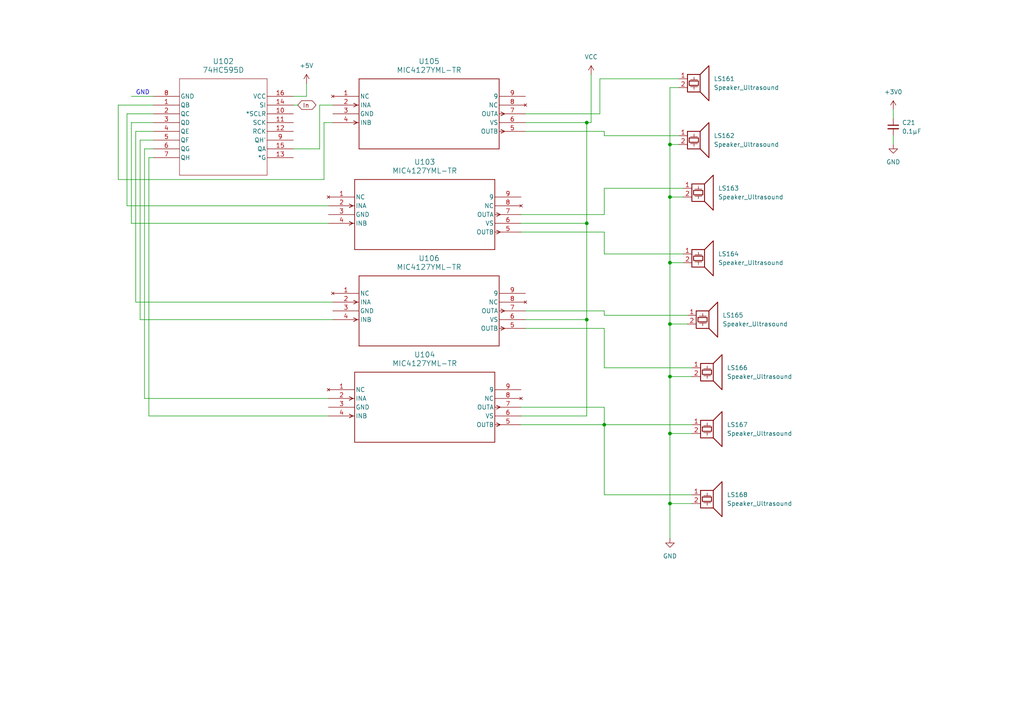
<source format=kicad_sch>
(kicad_sch (version 20250114) (generator "eeschema") (generator_version "9.0")
  (paper "A4")
  (lib_symbols
    (symbol "2025-12-28_09-02-17:MIC4127YML-TR" (pin_names (offset 0.254))
      (property "Reference" "U" (at 27.94 10.16 0))
      (property "Value" "MIC4127YML-TR" (at 27.94 7.62 0))
      (symbol "MIC4127YML-TR_0_1"
        (polyline (pts (xy 7.0993 -2.54) (xy 6.0579 -2.0193)) (stroke (width 0.2032)))
        (polyline (pts (xy 7.0993 -2.54) (xy 6.0579 -3.0607)) (stroke (width 0.2032)))
        (polyline (pts (xy 7.0993 -7.62) (xy 6.0579 -7.0993)) (stroke (width 0.2032)))
        (polyline (pts (xy 7.0993 -7.62) (xy 6.0579 -8.1407)) (stroke (width 0.2032)))
        (polyline (pts (xy 7.62 5.08) (xy 7.62 -15.24)) (stroke (width 0.2032)))
        (polyline (pts (xy 7.62 -15.24) (xy 48.26 -15.24)) (stroke (width 0.2032)))
        (polyline (pts (xy 48.26 5.08) (xy 7.62 5.08)) (stroke (width 0.2032)))
        (polyline (pts (xy 48.26 -15.24) (xy 48.26 5.08)) (stroke (width 0.2032)))
        (polyline (pts (xy 48.7807 -4.5593) (xy 49.8221 -5.08)) (stroke (width 0.2032)))
        (polyline (pts (xy 48.7807 -5.6007) (xy 49.8221 -5.08)) (stroke (width 0.2032)))
        (polyline (pts (xy 48.7807 -9.6393) (xy 49.8221 -10.16)) (stroke (width 0.2032)))
        (polyline (pts (xy 48.7807 -10.6807) (xy 49.8221 -10.16)) (stroke (width 0.2032)))
        (pin no_connect line (at 0 0 0) (length 7.62) (name "NC") (number "1"))
        (pin input line (at 0 -2.54 0) (length 7.62) (name "INA") (number "2"))
        (pin power_in line (at 0 -5.08 0) (length 7.62) (name "GND") (number "3"))
        (pin input line (at 0 -7.62 0) (length 7.62) (name "INB") (number "4"))
        (pin unspecified line (at 55.88 0 180) (length 7.62) (name "9") (number "9"))
        (pin no_connect line (at 55.88 -2.54 180) (length 7.62) (name "NC") (number "8"))
        (pin output line (at 55.88 -5.08 180) (length 7.62) (name "OUTA") (number "7"))
        (pin power_in line (at 55.88 -7.62 180) (length 7.62) (name "VS") (number "6"))
        (pin output line (at 55.88 -10.16 180) (length 7.62) (name "OUTB") (number "5"))
      )
    )
    (symbol "2025-12-28_09-22-42:74HC595D" (pin_names (offset 0.254))
      (property "Reference" "U" (at 20.32 10.16 0))
      (property "Value" "74HC595D" (at 20.32 7.62 0))
      (symbol "74HC595D_0_1"
        (polyline (pts (xy 7.62 5.08) (xy 7.62 -22.86)) (stroke (width 0.127)))
        (polyline (pts (xy 7.62 -22.86) (xy 33.02 -22.86)) (stroke (width 0.127)))
        (polyline (pts (xy 33.02 5.08) (xy 7.62 5.08)) (stroke (width 0.127)))
        (polyline (pts (xy 33.02 -22.86) (xy 33.02 5.08)) (stroke (width 0.127)))
        (pin power_out line (at 0 0 0) (length 7.62) (name "GND") (number "8"))
        (pin output line (at 0 -2.54 0) (length 7.62) (name "QB") (number "1"))
        (pin output line (at 0 -5.08 0) (length 7.62) (name "QC") (number "2"))
        (pin output line (at 0 -7.62 0) (length 7.62) (name "QD") (number "3"))
        (pin output line (at 0 -10.16 0) (length 7.62) (name "QE") (number "4"))
        (pin output line (at 0 -12.7 0) (length 7.62) (name "QF") (number "5"))
        (pin output line (at 0 -15.24 0) (length 7.62) (name "QG") (number "6"))
        (pin output line (at 0 -17.78 0) (length 7.62) (name "QH") (number "7"))
        (pin power_in line (at 40.64 0 180) (length 7.62) (name "VCC") (number "16"))
        (pin input line (at 40.64 -2.54 180) (length 7.62) (name "SI") (number "14"))
        (pin input line (at 40.64 -5.08 180) (length 7.62) (name "*SCLR") (number "10"))
        (pin input line (at 40.64 -7.62 180) (length 7.62) (name "SCK") (number "11"))
        (pin input line (at 40.64 -10.16 180) (length 7.62) (name "RCK") (number "12"))
        (pin output line (at 40.64 -12.7 180) (length 7.62) (name "QH'") (number "9"))
        (pin output line (at 40.64 -15.24 180) (length 7.62) (name "QA") (number "15"))
        (pin input line (at 40.64 -17.78 180) (length 7.62) (name "*G") (number "13"))
      )
    )
    (symbol "Device:C_Small" (pin_numbers (hide yes)) (pin_names (offset 0.254) (hide yes))
      (property "Reference" "C" (at 0.254 1.778 0))
      (property "Value" "C_Small" (at 0.254 -2.032 0))
      (symbol "C_Small_0_1"
        (polyline (pts (xy -1.524 0.508) (xy 1.524 0.508)) (stroke (width 0.3048)))
        (polyline (pts (xy -1.524 -0.508) (xy 1.524 -0.508)) (stroke (width 0.3302)))
      )
      (symbol "C_Small_1_1"
        (pin passive line (at 0 2.54 270) (length 2.032) (name "~") (number "1"))
        (pin passive line (at 0 -2.54 90) (length 2.032) (name "~") (number "2"))
      )
    )
    (symbol "Device:Speaker_Ultrasound" (pin_names (offset 0) (hide yes))
      (property "Reference" "LS" (at 0.635 5.715 0))
      (property "Value" "Speaker_Ultrasound" (at 0.635 3.81 0))
      (symbol "Speaker_Ultrasound_0_0"
        (rectangle (start -2.54 1.27) (end 1.143 -3.81) (stroke (width 0.254)))
        (rectangle (start -2.032 -0.635) (end 0.635 -1.905) (stroke (width 0.254)))
        (polyline (pts (xy -1.651 -0.254) (xy 0.381 -0.254)))
        (polyline (pts (xy -1.651 -2.286) (xy 0.381 -2.286)))
        (polyline (pts (xy -0.635 -0.254) (xy -0.635 0.508)))
        (polyline (pts (xy -0.635 -2.286) (xy -0.635 -3.048)))
        (polyline (pts (xy 1.143 1.27) (xy 3.683 3.81) (xy 3.683 -6.35) (xy 1.143 -3.81)) (stroke (width 0.254)))
      )
      (symbol "Speaker_Ultrasound_1_1"
        (pin input line (at -5.08 0 0) (length 2.54) (name "1") (number "1"))
        (pin input line (at -5.08 -2.54 0) (length 2.54) (name "2") (number "2"))
      )
    )
    (symbol "power:+3V0" (power) (pin_numbers (hide yes)) (pin_names (offset 0) (hide yes))
      (property "Value" "+3V0" (at 0 3.556 0))
      (symbol "+3V0_0_1"
        (polyline (pts (xy -0.762 1.27) (xy 0 2.54)))
        (polyline (pts (xy 0 2.54) (xy 0.762 1.27)))
        (polyline (pts (xy 0 0) (xy 0 2.54)))
      )
      (symbol "+3V0_1_1"
        (pin power_in line (at 0 0 90) (length 0) (name "~") (number "1"))
      )
    )
    (symbol "power:+5V" (power) (pin_numbers (hide yes)) (pin_names (offset 0) (hide yes))
      (property "Value" "+5V" (at 0 3.556 0))
      (symbol "+5V_0_1"
        (polyline (pts (xy -0.762 1.27) (xy 0 2.54)))
        (polyline (pts (xy 0 2.54) (xy 0.762 1.27)))
        (polyline (pts (xy 0 0) (xy 0 2.54)))
      )
      (symbol "+5V_1_1"
        (pin power_in line (at 0 0 90) (length 0) (name "~") (number "1"))
      )
    )
    (symbol "power:GND" (power) (pin_numbers (hide yes)) (pin_names (offset 0) (hide yes))
      (property "Value" "GND" (at 0 -3.81 0))
      (symbol "GND_0_1"
        (polyline (pts (xy 0 0) (xy 0 -1.27) (xy 1.27 -1.27) (xy 0 -2.54) (xy -1.27 -1.27) (xy 0 -1.27)))
      )
      (symbol "GND_1_1"
        (pin power_in line (at 0 0 270) (length 0) (name "~") (number "1"))
      )
    )
    (symbol "power:VCC" (power) (pin_numbers (hide yes)) (pin_names (offset 0) (hide yes))
      (property "Value" "VCC" (at 0 3.556 0))
      (symbol "VCC_0_1"
        (polyline (pts (xy -0.762 1.27) (xy 0 2.54)))
        (polyline (pts (xy 0 2.54) (xy 0.762 1.27)))
        (polyline (pts (xy 0 0) (xy 0 2.54)))
      )
      (symbol "VCC_1_1"
        (pin power_in line (at 0 0 90) (length 0) (name "~") (number "1"))
      )
    )
  )
  (text "GND" (at 41.402 26.924 0) (effects (font (size 1.27 1.27))))
  (junction (at 170.18 92.71))
  (junction (at 194.31 125.73))
  (junction (at 194.31 146.05))
  (junction (at 194.31 93.98))
  (junction (at 194.31 41.91))
  (junction (at 194.31 109.22))
  (junction (at 175.26 123.19))
  (junction (at 170.18 64.77))
  (junction (at 194.31 57.15))
  (junction (at 170.18 35.56))
  (junction (at 194.31 76.2))
  (wire (pts (xy 175.26 106.68) (xy 200.66 106.68)))
  (wire (pts (xy 38.1 35.56) (xy 38.1 64.77)))
  (wire (pts (xy 259.08 39.37) (xy 259.08 41.91)))
  (wire (pts (xy 44.45 38.1) (xy 39.37 38.1)))
  (wire (pts (xy 93.98 52.07) (xy 93.98 35.56)))
  (wire (pts (xy 175.26 54.61) (xy 198.12 54.61)))
  (wire (pts (xy 175.26 123.19) (xy 175.26 143.51)))
  (wire (pts (xy 44.45 35.56) (xy 38.1 35.56)))
  (wire (pts (xy 170.18 64.77) (xy 170.18 92.71)))
  (wire (pts (xy 196.85 25.4) (xy 194.31 25.4)))
  (wire (pts (xy 88.9 24.13) (xy 88.9 27.94)))
  (wire (pts (xy 151.13 64.77) (xy 170.18 64.77)))
  (wire (pts (xy 152.4 95.25) (xy 175.26 95.25)))
  (wire (pts (xy 39.37 87.63) (xy 96.52 87.63)))
  (wire (pts (xy 36.83 33.02) (xy 36.83 59.69)))
  (wire (pts (xy 43.18 120.65) (xy 95.25 120.65)))
  (wire (pts (xy 44.45 43.18) (xy 41.91 43.18)))
  (wire (pts (xy 92.71 43.18) (xy 92.71 30.48)))
  (wire (pts (xy 173.99 33.02) (xy 173.99 22.86)))
  (wire (pts (xy 152.4 33.02) (xy 173.99 33.02)))
  (wire (pts (xy 152.4 38.1) (xy 175.26 38.1)))
  (wire (pts (xy 194.31 125.73) (xy 200.66 125.73)))
  (wire (pts (xy 175.26 90.17) (xy 175.26 91.44)))
  (wire (pts (xy 40.64 92.71) (xy 96.52 92.71)))
  (wire (pts (xy 170.18 35.56) (xy 170.18 64.77)))
  (wire (pts (xy 34.29 30.48) (xy 34.29 52.07)))
  (wire (pts (xy 41.91 43.18) (xy 41.91 115.57)))
  (wire (pts (xy 175.26 73.66) (xy 198.12 73.66)))
  (wire (pts (xy 85.09 30.48) (xy 86.36 30.48)))
  (wire (pts (xy 175.26 38.1) (xy 175.26 39.37)))
  (wire (pts (xy 44.45 45.72) (xy 43.18 45.72)))
  (wire (pts (xy 170.18 92.71) (xy 170.18 120.65)))
  (wire (pts (xy 194.31 41.91) (xy 196.85 41.91)))
  (wire (pts (xy 194.31 41.91) (xy 194.31 57.15)))
  (wire (pts (xy 194.31 25.4) (xy 194.31 41.91)))
  (wire (pts (xy 175.26 95.25) (xy 175.26 106.68)))
  (wire (pts (xy 194.31 76.2) (xy 198.12 76.2)))
  (wire (pts (xy 194.31 57.15) (xy 198.12 57.15)))
  (wire (pts (xy 34.29 52.07) (xy 93.98 52.07)))
  (wire (pts (xy 40.64 40.64) (xy 40.64 92.71)))
  (wire (pts (xy 194.31 125.73) (xy 194.31 146.05)))
  (wire (pts (xy 43.18 45.72) (xy 43.18 120.65)))
  (wire (pts (xy 173.99 22.86) (xy 196.85 22.86)))
  (wire (pts (xy 152.4 90.17) (xy 175.26 90.17)))
  (wire (pts (xy 151.13 120.65) (xy 170.18 120.65)))
  (wire (pts (xy 175.26 91.44) (xy 199.39 91.44)))
  (wire (pts (xy 41.91 115.57) (xy 95.25 115.57)))
  (wire (pts (xy 175.26 123.19) (xy 200.66 123.19)))
  (wire (pts (xy 200.66 146.05) (xy 194.31 146.05)))
  (wire (pts (xy 38.1 27.94) (xy 44.45 27.94)))
  (wire (pts (xy 194.31 146.05) (xy 194.31 156.21)))
  (wire (pts (xy 194.31 109.22) (xy 194.31 125.73)))
  (wire (pts (xy 175.26 118.11) (xy 175.26 123.19)))
  (wire (pts (xy 151.13 118.11) (xy 175.26 118.11)))
  (wire (pts (xy 36.83 59.69) (xy 95.25 59.69)))
  (wire (pts (xy 44.45 33.02) (xy 36.83 33.02)))
  (wire (pts (xy 194.31 93.98) (xy 199.39 93.98)))
  (wire (pts (xy 152.4 35.56) (xy 170.18 35.56)))
  (wire (pts (xy 175.26 67.31) (xy 175.26 73.66)))
  (wire (pts (xy 93.98 35.56) (xy 96.52 35.56)))
  (wire (pts (xy 85.09 27.94) (xy 88.9 27.94)))
  (wire (pts (xy 175.26 62.23) (xy 175.26 54.61)))
  (wire (pts (xy 152.4 92.71) (xy 170.18 92.71)))
  (wire (pts (xy 194.31 93.98) (xy 194.31 109.22)))
  (wire (pts (xy 39.37 38.1) (xy 39.37 87.63)))
  (wire (pts (xy 38.1 64.77) (xy 95.25 64.77)))
  (wire (pts (xy 194.31 57.15) (xy 194.31 76.2)))
  (wire (pts (xy 85.09 43.18) (xy 92.71 43.18)))
  (wire (pts (xy 175.26 39.37) (xy 196.85 39.37)))
  (wire (pts (xy 44.45 30.48) (xy 34.29 30.48)))
  (wire (pts (xy 151.13 67.31) (xy 175.26 67.31)))
  (wire (pts (xy 259.08 31.75) (xy 259.08 34.29)))
  (wire (pts (xy 44.45 40.64) (xy 40.64 40.64)))
  (wire (pts (xy 194.31 76.2) (xy 194.31 93.98)))
  (wire (pts (xy 92.71 30.48) (xy 96.52 30.48)))
  (wire (pts (xy 151.13 62.23) (xy 175.26 62.23)))
  (wire (pts (xy 151.13 123.19) (xy 175.26 123.19)))
  (wire (pts (xy 171.45 21.59) (xy 171.45 35.56)))
  (wire (pts (xy 170.18 35.56) (xy 171.45 35.56)))
  (wire (pts (xy 175.26 143.51) (xy 200.66 143.51)))
  (wire (pts (xy 194.31 109.22) (xy 200.66 109.22)))
  (global_label "In" (shape bidirectional) (at 86.36 30.48 0) (property "Intersheetrefs" "${INTERSHEET_REFS}" (effects (hide yes))))
  (symbol (lib_id "2025-12-28_09-02-17:MIC4127YML-TR") (at 96.52 27.94 0) (unit 1)
    (property "Reference" "U105" (at 124.46 17.78 0) (effects (font (size 1.524 1.524))))
    (property "Value" "MIC4127YML-TR" (at 124.46 20.32 0) (effects (font (size 1.524 1.524))))
    (property "Footprint" "MLF-8_ML_MCH" (effects (hide yes)))
    (property "Datasheet" "MIC4127YML-TR" (effects (hide yes)))
  )
  (symbol (lib_id "Device:Speaker_Ultrasound") (at 203.2 54.61 0) (unit 1)
    (property "Reference" "LS163" (at 208.28 54.6099 0) (effects (justify left)))
    (property "Value" "Speaker_Ultrasound" (at 208.28 57.1499 0) (effects (justify left)))
    (property "Description" "Ultrasonic transducer" (effects (hide yes)))
  )
  (symbol (lib_id "Device:Speaker_Ultrasound") (at 204.47 91.44 0) (unit 1)
    (property "Reference" "LS165" (at 209.55 91.4399 0) (effects (justify left)))
    (property "Value" "Speaker_Ultrasound" (at 209.55 93.9799 0) (effects (justify left)))
    (property "Description" "Ultrasonic transducer" (effects (hide yes)))
  )
  (symbol (lib_id "2025-12-28_09-02-17:MIC4127YML-TR") (at 95.25 113.03 0) (unit 1)
    (property "Reference" "U104" (at 123.19 102.87 0) (effects (font (size 1.524 1.524))))
    (property "Value" "MIC4127YML-TR" (at 123.19 105.41 0) (effects (font (size 1.524 1.524))))
    (property "Footprint" "MLF-8_ML_MCH" (effects (hide yes)))
    (property "Datasheet" "MIC4127YML-TR" (effects (hide yes)))
  )
  (symbol (lib_id "power:GND") (at 194.31 156.21 0) (unit 1)
    (property "Reference" "#PWR0103" (effects (hide yes)))
    (property "Value" "GND" (at 194.31 161.29 0))
    (property "Description" "Power symbol creates a global label with name \"GND\" , ground" (effects (hide yes)))
  )
  (symbol (lib_id "2025-12-28_09-02-17:MIC4127YML-TR") (at 96.52 85.09 0) (unit 1)
    (property "Reference" "U106" (at 124.46 74.93 0) (effects (font (size 1.524 1.524))))
    (property "Value" "MIC4127YML-TR" (at 124.46 77.47 0) (effects (font (size 1.524 1.524))))
    (property "Footprint" "MLF-8_ML_MCH" (effects (hide yes)))
    (property "Datasheet" "MIC4127YML-TR" (effects (hide yes)))
  )
  (symbol (lib_id "power:+5V") (at 88.9 24.13 0) (unit 1)
    (property "Reference" "#PWR0101" (effects (hide yes)))
    (property "Value" "+5V" (at 88.9 19.05 0))
    (property "Description" "Power symbol creates a global label with name \"+5V\"" (effects (hide yes)))
  )
  (symbol (lib_id "2025-12-28_09-22-42:74HC595D") (at 44.45 27.94 0) (unit 1)
    (property "Reference" "U102" (at 64.77 17.78 0) (effects (font (size 1.524 1.524))))
    (property "Value" "74HC595D" (at 64.77 20.32 0) (effects (font (size 1.524 1.524))))
    (property "Footprint" "SOIC16_TOS" (effects (hide yes)))
    (property "Datasheet" "https://toshiba.semicon-storage.com/info/docget.jsp?did=36768&prodName=74HC595D" (effects (hide yes)))
  )
  (symbol (lib_id "Device:Speaker_Ultrasound") (at 205.74 123.19 0) (unit 1)
    (property "Reference" "LS167" (at 210.82 123.1899 0) (effects (justify left)))
    (property "Value" "Speaker_Ultrasound" (at 210.82 125.7299 0) (effects (justify left)))
    (property "Description" "Ultrasonic transducer" (effects (hide yes)))
  )
  (symbol (lib_id "Device:Speaker_Ultrasound") (at 201.93 22.86 0) (unit 1)
    (property "Reference" "LS161" (at 207.01 22.8599 0) (effects (justify left)))
    (property "Value" "Speaker_Ultrasound" (at 207.01 25.3999 0) (effects (justify left)))
    (property "Description" "Ultrasonic transducer" (effects (hide yes)))
  )
  (symbol (lib_id "power:VCC") (at 171.45 21.59 0) (unit 1)
    (property "Reference" "#PWR0102" (effects (hide yes)))
    (property "Value" "VCC" (at 171.45 16.51 0))
    (property "Description" "Power symbol creates a global label with name \"VCC\"" (effects (hide yes)))
  )
  (symbol (lib_id "2025-12-28_09-02-17:MIC4127YML-TR") (at 95.25 57.15 0) (unit 1)
    (property "Reference" "U103" (at 123.19 46.99 0) (effects (font (size 1.524 1.524))))
    (property "Value" "MIC4127YML-TR" (at 123.19 49.53 0) (effects (font (size 1.524 1.524))))
    (property "Footprint" "MLF-8_ML_MCH" (effects (hide yes)))
    (property "Datasheet" "MIC4127YML-TR" (effects (hide yes)))
  )
  (symbol (lib_id "Device:Speaker_Ultrasound") (at 203.2 73.66 0) (unit 1)
    (property "Reference" "LS164" (at 208.28 73.6599 0) (effects (justify left)))
    (property "Value" "Speaker_Ultrasound" (at 208.28 76.1999 0) (effects (justify left)))
    (property "Description" "Ultrasonic transducer" (effects (hide yes)))
  )
  (symbol (lib_id "Device:Speaker_Ultrasound") (at 205.74 106.68 0) (unit 1)
    (property "Reference" "LS166" (at 210.82 106.6799 0) (effects (justify left)))
    (property "Value" "Speaker_Ultrasound" (at 210.82 109.2199 0) (effects (justify left)))
    (property "Description" "Ultrasonic transducer" (effects (hide yes)))
  )
  (symbol (lib_id "power:+3V0") (at 259.08 31.75 0) (unit 1)
    (property "Reference" "#PWR0104" (effects (hide yes)))
    (property "Value" "+3V0" (at 259.08 26.67 0))
    (property "Description" "Power symbol creates a global label with name \"+3V0\"" (effects (hide yes)))
  )
  (symbol (lib_id "Device:Speaker_Ultrasound") (at 205.74 143.51 0) (unit 1)
    (property "Reference" "LS168" (at 210.82 143.5099 0) (effects (justify left)))
    (property "Value" "Speaker_Ultrasound" (at 210.82 146.0499 0) (effects (justify left)))
    (property "Description" "Ultrasonic transducer" (effects (hide yes)))
  )
  (symbol (lib_id "Device:Speaker_Ultrasound") (at 201.93 39.37 0) (unit 1)
    (property "Reference" "LS162" (at 207.01 39.3699 0) (effects (justify left)))
    (property "Value" "Speaker_Ultrasound" (at 207.01 41.9099 0) (effects (justify left)))
    (property "Description" "Ultrasonic transducer" (effects (hide yes)))
  )
  (symbol (lib_id "power:GND") (at 259.08 41.91 0) (unit 1)
    (property "Reference" "#PWR0105" (effects (hide yes)))
    (property "Value" "GND" (at 259.08 46.99 0))
    (property "Description" "Power symbol creates a global label with name \"GND\" , ground" (effects (hide yes)))
  )
  (symbol (lib_id "Device:C_Small") (at 259.08 36.83 0) (unit 1)
    (property "Reference" "C21" (at 261.62 35.5662 0) (effects (justify left)))
    (property "Value" "0.1μF" (at 261.62 38.1062 0) (effects (justify left)))
    (property "Description" "Unpolarized capacitor, small symbol" (effects (hide yes)))
  )
)
</source>
